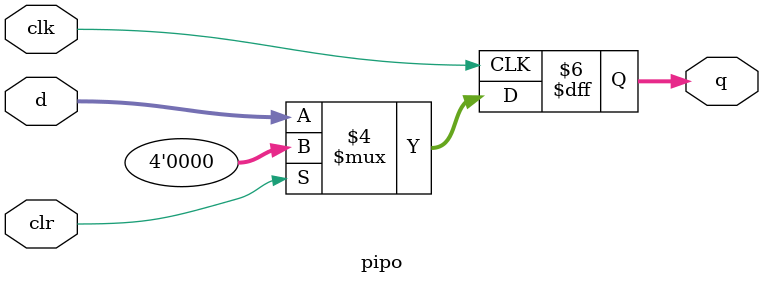
<source format=v>
`timescale 1ns / 1ps


module pipo(clk,clr,d,q);
input[3:0]d;
input clk,clr;
output reg [3:0]q;
always @(posedge clk)
if(clr==1)
q<=4'b0000;
else
q<=d;
endmodule
</source>
